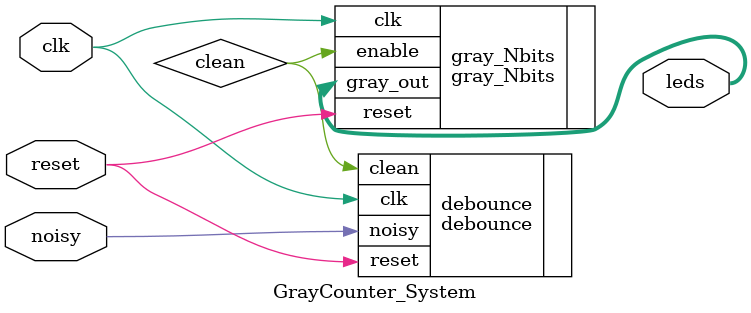
<source format=v>
`timescale 1ns / 1ps
module GrayCounter_System (clk, reset, noisy, leds);
parameter N = 8;
input wire clk, reset, noisy;
output [N-1:0] leds;
wire clean;

// Instantiation of the debouncer
// Here
debounce debounce(
	.clk	(clk),
	.reset	(reset),
	.noisy	(noisy),
	.clean	(clean)
);
// Instantiation of the gray_Nbits
// Here
gray_Nbits #(N) gray_Nbits (
	.clk		(clk),
	.reset		(reset),
	.enable		(clean),
	.gray_out	(leds)
);

endmodule

</source>
